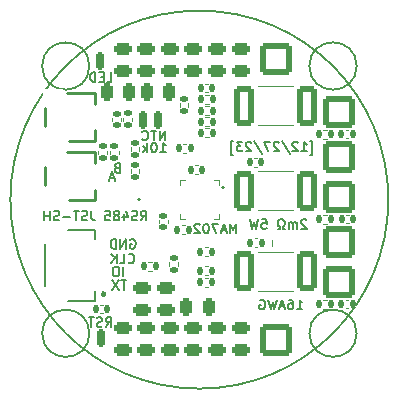
<source format=gbr>
%TF.GenerationSoftware,KiCad,Pcbnew,7.0.7*%
%TF.CreationDate,2023-12-28T18:43:45-05:00*%
%TF.ProjectId,O32controller,4f333263-6f6e-4747-926f-6c6c65722e6b,3*%
%TF.SameCoordinates,Original*%
%TF.FileFunction,Legend,Bot*%
%TF.FilePolarity,Positive*%
%FSLAX46Y46*%
G04 Gerber Fmt 4.6, Leading zero omitted, Abs format (unit mm)*
G04 Created by KiCad (PCBNEW 7.0.7) date 2023-12-28 18:43:45*
%MOMM*%
%LPD*%
G01*
G04 APERTURE LIST*
G04 Aperture macros list*
%AMRoundRect*
0 Rectangle with rounded corners*
0 $1 Rounding radius*
0 $2 $3 $4 $5 $6 $7 $8 $9 X,Y pos of 4 corners*
0 Add a 4 corners polygon primitive as box body*
4,1,4,$2,$3,$4,$5,$6,$7,$8,$9,$2,$3,0*
0 Add four circle primitives for the rounded corners*
1,1,$1+$1,$2,$3*
1,1,$1+$1,$4,$5*
1,1,$1+$1,$6,$7*
1,1,$1+$1,$8,$9*
0 Add four rect primitives between the rounded corners*
20,1,$1+$1,$2,$3,$4,$5,0*
20,1,$1+$1,$4,$5,$6,$7,0*
20,1,$1+$1,$6,$7,$8,$9,0*
20,1,$1+$1,$8,$9,$2,$3,0*%
G04 Aperture macros list end*
%ADD10C,0.150000*%
%ADD11C,0.120000*%
%ADD12C,0.200000*%
%ADD13C,0.199999*%
%ADD14C,0.127000*%
%ADD15C,0.300000*%
%ADD16C,0.254000*%
%ADD17RoundRect,0.150000X0.150000X-0.600000X0.150000X0.600000X-0.150000X0.600000X-0.150000X-0.600000X0*%
%ADD18RoundRect,0.140000X0.140000X0.170000X-0.140000X0.170000X-0.140000X-0.170000X0.140000X-0.170000X0*%
%ADD19RoundRect,0.269607X-1.105393X-1.105393X1.105393X-1.105393X1.105393X1.105393X-1.105393X1.105393X0*%
%ADD20RoundRect,0.135000X0.135000X0.185000X-0.135000X0.185000X-0.135000X-0.185000X0.135000X-0.185000X0*%
%ADD21RoundRect,0.250000X-0.475000X0.250000X-0.475000X-0.250000X0.475000X-0.250000X0.475000X0.250000X0*%
%ADD22RoundRect,0.135000X-0.135000X-0.185000X0.135000X-0.185000X0.135000X0.185000X-0.135000X0.185000X0*%
%ADD23RoundRect,0.140000X-0.140000X-0.170000X0.140000X-0.170000X0.140000X0.170000X-0.140000X0.170000X0*%
%ADD24RoundRect,0.250000X0.475000X-0.250000X0.475000X0.250000X-0.475000X0.250000X-0.475000X-0.250000X0*%
%ADD25R,0.711200X0.254000*%
%ADD26R,0.254000X0.711200*%
%ADD27R,1.701800X1.701800*%
%ADD28RoundRect,0.135000X-0.185000X0.135000X-0.185000X-0.135000X0.185000X-0.135000X0.185000X0.135000X0*%
%ADD29RoundRect,0.050000X0.272236X-0.130815X-0.130815X0.272236X-0.272236X0.130815X0.130815X-0.272236X0*%
%ADD30RoundRect,0.140000X0.170000X-0.140000X0.170000X0.140000X-0.170000X0.140000X-0.170000X-0.140000X0*%
%ADD31RoundRect,0.140000X-0.170000X0.140000X-0.170000X-0.140000X0.170000X-0.140000X0.170000X0.140000X0*%
%ADD32RoundRect,0.250000X0.250000X0.475000X-0.250000X0.475000X-0.250000X-0.475000X0.250000X-0.475000X0*%
%ADD33R,1.550000X0.600000*%
%ADD34R,1.800000X1.200000*%
%ADD35RoundRect,0.250000X0.600000X1.450000X-0.600000X1.450000X-0.600000X-1.450000X0.600000X-1.450000X0*%
%ADD36RoundRect,0.150000X0.150000X0.600000X-0.150000X0.600000X-0.150000X-0.600000X0.150000X-0.600000X0*%
%ADD37R,0.250000X0.500000*%
%ADD38RoundRect,0.135000X0.185000X-0.135000X0.185000X0.135000X-0.185000X0.135000X-0.185000X-0.135000X0*%
G04 APERTURE END LIST*
D10*
X8551190Y11737705D02*
X8817857Y12118658D01*
X9008333Y11737705D02*
X9008333Y12537705D01*
X9008333Y12537705D02*
X8703571Y12537705D01*
X8703571Y12537705D02*
X8627381Y12499610D01*
X8627381Y12499610D02*
X8589286Y12461515D01*
X8589286Y12461515D02*
X8551190Y12385324D01*
X8551190Y12385324D02*
X8551190Y12271039D01*
X8551190Y12271039D02*
X8589286Y12194848D01*
X8589286Y12194848D02*
X8627381Y12156753D01*
X8627381Y12156753D02*
X8703571Y12118658D01*
X8703571Y12118658D02*
X9008333Y12118658D01*
X8246429Y11775800D02*
X8132143Y11737705D01*
X8132143Y11737705D02*
X7941667Y11737705D01*
X7941667Y11737705D02*
X7865476Y11775800D01*
X7865476Y11775800D02*
X7827381Y11813896D01*
X7827381Y11813896D02*
X7789286Y11890086D01*
X7789286Y11890086D02*
X7789286Y11966277D01*
X7789286Y11966277D02*
X7827381Y12042467D01*
X7827381Y12042467D02*
X7865476Y12080562D01*
X7865476Y12080562D02*
X7941667Y12118658D01*
X7941667Y12118658D02*
X8094048Y12156753D01*
X8094048Y12156753D02*
X8170238Y12194848D01*
X8170238Y12194848D02*
X8208333Y12232943D01*
X8208333Y12232943D02*
X8246429Y12309134D01*
X8246429Y12309134D02*
X8246429Y12385324D01*
X8246429Y12385324D02*
X8208333Y12461515D01*
X8208333Y12461515D02*
X8170238Y12499610D01*
X8170238Y12499610D02*
X8094048Y12537705D01*
X8094048Y12537705D02*
X7903571Y12537705D01*
X7903571Y12537705D02*
X7789286Y12499610D01*
X7103571Y12271039D02*
X7103571Y11737705D01*
X7294047Y12575800D02*
X7484524Y12004372D01*
X7484524Y12004372D02*
X6989285Y12004372D01*
X6570238Y12194848D02*
X6646428Y12232943D01*
X6646428Y12232943D02*
X6684523Y12271039D01*
X6684523Y12271039D02*
X6722619Y12347229D01*
X6722619Y12347229D02*
X6722619Y12385324D01*
X6722619Y12385324D02*
X6684523Y12461515D01*
X6684523Y12461515D02*
X6646428Y12499610D01*
X6646428Y12499610D02*
X6570238Y12537705D01*
X6570238Y12537705D02*
X6417857Y12537705D01*
X6417857Y12537705D02*
X6341666Y12499610D01*
X6341666Y12499610D02*
X6303571Y12461515D01*
X6303571Y12461515D02*
X6265476Y12385324D01*
X6265476Y12385324D02*
X6265476Y12347229D01*
X6265476Y12347229D02*
X6303571Y12271039D01*
X6303571Y12271039D02*
X6341666Y12232943D01*
X6341666Y12232943D02*
X6417857Y12194848D01*
X6417857Y12194848D02*
X6570238Y12194848D01*
X6570238Y12194848D02*
X6646428Y12156753D01*
X6646428Y12156753D02*
X6684523Y12118658D01*
X6684523Y12118658D02*
X6722619Y12042467D01*
X6722619Y12042467D02*
X6722619Y11890086D01*
X6722619Y11890086D02*
X6684523Y11813896D01*
X6684523Y11813896D02*
X6646428Y11775800D01*
X6646428Y11775800D02*
X6570238Y11737705D01*
X6570238Y11737705D02*
X6417857Y11737705D01*
X6417857Y11737705D02*
X6341666Y11775800D01*
X6341666Y11775800D02*
X6303571Y11813896D01*
X6303571Y11813896D02*
X6265476Y11890086D01*
X6265476Y11890086D02*
X6265476Y12042467D01*
X6265476Y12042467D02*
X6303571Y12118658D01*
X6303571Y12118658D02*
X6341666Y12156753D01*
X6341666Y12156753D02*
X6417857Y12194848D01*
X5541666Y12537705D02*
X5922618Y12537705D01*
X5922618Y12537705D02*
X5960714Y12156753D01*
X5960714Y12156753D02*
X5922618Y12194848D01*
X5922618Y12194848D02*
X5846428Y12232943D01*
X5846428Y12232943D02*
X5655952Y12232943D01*
X5655952Y12232943D02*
X5579761Y12194848D01*
X5579761Y12194848D02*
X5541666Y12156753D01*
X5541666Y12156753D02*
X5503571Y12080562D01*
X5503571Y12080562D02*
X5503571Y11890086D01*
X5503571Y11890086D02*
X5541666Y11813896D01*
X5541666Y11813896D02*
X5579761Y11775800D01*
X5579761Y11775800D02*
X5655952Y11737705D01*
X5655952Y11737705D02*
X5846428Y11737705D01*
X5846428Y11737705D02*
X5922618Y11775800D01*
X5922618Y11775800D02*
X5960714Y11813896D01*
X4186000Y2186000D02*
G75*
G03*
X4186000Y2186000I-2000000J0D01*
G01*
X26814000Y2186000D02*
G75*
G03*
X26814000Y2186000I-2000000J0D01*
G01*
X4186000Y24814000D02*
G75*
G03*
X4186000Y24814000I-2000000J0D01*
G01*
X29500000Y13500000D02*
G75*
G03*
X29500000Y13500000I-16000000J0D01*
G01*
X26814000Y24814000D02*
G75*
G03*
X26814000Y24814000I-2000000J0D01*
G01*
X6542857Y16206753D02*
X6428571Y16168658D01*
X6428571Y16168658D02*
X6390476Y16130562D01*
X6390476Y16130562D02*
X6352380Y16054372D01*
X6352380Y16054372D02*
X6352380Y15940086D01*
X6352380Y15940086D02*
X6390476Y15863896D01*
X6390476Y15863896D02*
X6428571Y15825800D01*
X6428571Y15825800D02*
X6504761Y15787705D01*
X6504761Y15787705D02*
X6809523Y15787705D01*
X6809523Y15787705D02*
X6809523Y16587705D01*
X6809523Y16587705D02*
X6542857Y16587705D01*
X6542857Y16587705D02*
X6466666Y16549610D01*
X6466666Y16549610D02*
X6428571Y16511515D01*
X6428571Y16511515D02*
X6390476Y16435324D01*
X6390476Y16435324D02*
X6390476Y16359134D01*
X6390476Y16359134D02*
X6428571Y16282943D01*
X6428571Y16282943D02*
X6466666Y16244848D01*
X6466666Y16244848D02*
X6542857Y16206753D01*
X6542857Y16206753D02*
X6809523Y16206753D01*
X7309523Y6662705D02*
X6852380Y6662705D01*
X7080952Y5862705D02*
X7080952Y6662705D01*
X6661904Y6662705D02*
X6128570Y5862705D01*
X6128570Y6662705D02*
X6661904Y5862705D01*
X21752381Y4237705D02*
X22209524Y4237705D01*
X21980952Y4237705D02*
X21980952Y5037705D01*
X21980952Y5037705D02*
X22057143Y4923420D01*
X22057143Y4923420D02*
X22133333Y4847229D01*
X22133333Y4847229D02*
X22209524Y4809134D01*
X21066666Y5037705D02*
X21219047Y5037705D01*
X21219047Y5037705D02*
X21295238Y4999610D01*
X21295238Y4999610D02*
X21333333Y4961515D01*
X21333333Y4961515D02*
X21409523Y4847229D01*
X21409523Y4847229D02*
X21447619Y4694848D01*
X21447619Y4694848D02*
X21447619Y4390086D01*
X21447619Y4390086D02*
X21409523Y4313896D01*
X21409523Y4313896D02*
X21371428Y4275800D01*
X21371428Y4275800D02*
X21295238Y4237705D01*
X21295238Y4237705D02*
X21142857Y4237705D01*
X21142857Y4237705D02*
X21066666Y4275800D01*
X21066666Y4275800D02*
X21028571Y4313896D01*
X21028571Y4313896D02*
X20990476Y4390086D01*
X20990476Y4390086D02*
X20990476Y4580562D01*
X20990476Y4580562D02*
X21028571Y4656753D01*
X21028571Y4656753D02*
X21066666Y4694848D01*
X21066666Y4694848D02*
X21142857Y4732943D01*
X21142857Y4732943D02*
X21295238Y4732943D01*
X21295238Y4732943D02*
X21371428Y4694848D01*
X21371428Y4694848D02*
X21409523Y4656753D01*
X21409523Y4656753D02*
X21447619Y4580562D01*
X20685714Y4466277D02*
X20304761Y4466277D01*
X20761904Y4237705D02*
X20495237Y5037705D01*
X20495237Y5037705D02*
X20228571Y4237705D01*
X20038095Y5037705D02*
X19847619Y4237705D01*
X19847619Y4237705D02*
X19695238Y4809134D01*
X19695238Y4809134D02*
X19542857Y4237705D01*
X19542857Y4237705D02*
X19352381Y5037705D01*
X18628571Y4999610D02*
X18704761Y5037705D01*
X18704761Y5037705D02*
X18819047Y5037705D01*
X18819047Y5037705D02*
X18933333Y4999610D01*
X18933333Y4999610D02*
X19009523Y4923420D01*
X19009523Y4923420D02*
X19047618Y4847229D01*
X19047618Y4847229D02*
X19085714Y4694848D01*
X19085714Y4694848D02*
X19085714Y4580562D01*
X19085714Y4580562D02*
X19047618Y4428181D01*
X19047618Y4428181D02*
X19009523Y4351991D01*
X19009523Y4351991D02*
X18933333Y4275800D01*
X18933333Y4275800D02*
X18819047Y4237705D01*
X18819047Y4237705D02*
X18742856Y4237705D01*
X18742856Y4237705D02*
X18628571Y4275800D01*
X18628571Y4275800D02*
X18590475Y4313896D01*
X18590475Y4313896D02*
X18590475Y4580562D01*
X18590475Y4580562D02*
X18742856Y4580562D01*
X7501189Y8213896D02*
X7539285Y8175800D01*
X7539285Y8175800D02*
X7653570Y8137705D01*
X7653570Y8137705D02*
X7729761Y8137705D01*
X7729761Y8137705D02*
X7844047Y8175800D01*
X7844047Y8175800D02*
X7920237Y8251991D01*
X7920237Y8251991D02*
X7958332Y8328181D01*
X7958332Y8328181D02*
X7996428Y8480562D01*
X7996428Y8480562D02*
X7996428Y8594848D01*
X7996428Y8594848D02*
X7958332Y8747229D01*
X7958332Y8747229D02*
X7920237Y8823420D01*
X7920237Y8823420D02*
X7844047Y8899610D01*
X7844047Y8899610D02*
X7729761Y8937705D01*
X7729761Y8937705D02*
X7653570Y8937705D01*
X7653570Y8937705D02*
X7539285Y8899610D01*
X7539285Y8899610D02*
X7501189Y8861515D01*
X6777380Y8137705D02*
X7158332Y8137705D01*
X7158332Y8137705D02*
X7158332Y8937705D01*
X6510713Y8137705D02*
X6510713Y8937705D01*
X6053570Y8137705D02*
X6396428Y8594848D01*
X6053570Y8937705D02*
X6510713Y8480562D01*
X6315476Y15316277D02*
X5934523Y15316277D01*
X6391666Y15087705D02*
X6124999Y15887705D01*
X6124999Y15887705D02*
X5858333Y15087705D01*
X16627380Y10662705D02*
X16627380Y11462705D01*
X16627380Y11462705D02*
X16360714Y10891277D01*
X16360714Y10891277D02*
X16094047Y11462705D01*
X16094047Y11462705D02*
X16094047Y10662705D01*
X15751190Y10891277D02*
X15370237Y10891277D01*
X15827380Y10662705D02*
X15560713Y11462705D01*
X15560713Y11462705D02*
X15294047Y10662705D01*
X15103571Y11462705D02*
X14570237Y11462705D01*
X14570237Y11462705D02*
X14913095Y10662705D01*
X14113094Y11462705D02*
X14036904Y11462705D01*
X14036904Y11462705D02*
X13960713Y11424610D01*
X13960713Y11424610D02*
X13922618Y11386515D01*
X13922618Y11386515D02*
X13884523Y11310324D01*
X13884523Y11310324D02*
X13846428Y11157943D01*
X13846428Y11157943D02*
X13846428Y10967467D01*
X13846428Y10967467D02*
X13884523Y10815086D01*
X13884523Y10815086D02*
X13922618Y10738896D01*
X13922618Y10738896D02*
X13960713Y10700800D01*
X13960713Y10700800D02*
X14036904Y10662705D01*
X14036904Y10662705D02*
X14113094Y10662705D01*
X14113094Y10662705D02*
X14189285Y10700800D01*
X14189285Y10700800D02*
X14227380Y10738896D01*
X14227380Y10738896D02*
X14265475Y10815086D01*
X14265475Y10815086D02*
X14303571Y10967467D01*
X14303571Y10967467D02*
X14303571Y11157943D01*
X14303571Y11157943D02*
X14265475Y11310324D01*
X14265475Y11310324D02*
X14227380Y11386515D01*
X14227380Y11386515D02*
X14189285Y11424610D01*
X14189285Y11424610D02*
X14113094Y11462705D01*
X13541666Y11386515D02*
X13503570Y11424610D01*
X13503570Y11424610D02*
X13427380Y11462705D01*
X13427380Y11462705D02*
X13236904Y11462705D01*
X13236904Y11462705D02*
X13160713Y11424610D01*
X13160713Y11424610D02*
X13122618Y11386515D01*
X13122618Y11386515D02*
X13084523Y11310324D01*
X13084523Y11310324D02*
X13084523Y11234134D01*
X13084523Y11234134D02*
X13122618Y11119848D01*
X13122618Y11119848D02*
X13579761Y10662705D01*
X13579761Y10662705D02*
X13084523Y10662705D01*
X5563094Y2737705D02*
X5829761Y3118658D01*
X6020237Y2737705D02*
X6020237Y3537705D01*
X6020237Y3537705D02*
X5715475Y3537705D01*
X5715475Y3537705D02*
X5639285Y3499610D01*
X5639285Y3499610D02*
X5601190Y3461515D01*
X5601190Y3461515D02*
X5563094Y3385324D01*
X5563094Y3385324D02*
X5563094Y3271039D01*
X5563094Y3271039D02*
X5601190Y3194848D01*
X5601190Y3194848D02*
X5639285Y3156753D01*
X5639285Y3156753D02*
X5715475Y3118658D01*
X5715475Y3118658D02*
X6020237Y3118658D01*
X5258333Y2775800D02*
X5144047Y2737705D01*
X5144047Y2737705D02*
X4953571Y2737705D01*
X4953571Y2737705D02*
X4877380Y2775800D01*
X4877380Y2775800D02*
X4839285Y2813896D01*
X4839285Y2813896D02*
X4801190Y2890086D01*
X4801190Y2890086D02*
X4801190Y2966277D01*
X4801190Y2966277D02*
X4839285Y3042467D01*
X4839285Y3042467D02*
X4877380Y3080562D01*
X4877380Y3080562D02*
X4953571Y3118658D01*
X4953571Y3118658D02*
X5105952Y3156753D01*
X5105952Y3156753D02*
X5182142Y3194848D01*
X5182142Y3194848D02*
X5220237Y3232943D01*
X5220237Y3232943D02*
X5258333Y3309134D01*
X5258333Y3309134D02*
X5258333Y3385324D01*
X5258333Y3385324D02*
X5220237Y3461515D01*
X5220237Y3461515D02*
X5182142Y3499610D01*
X5182142Y3499610D02*
X5105952Y3537705D01*
X5105952Y3537705D02*
X4915475Y3537705D01*
X4915475Y3537705D02*
X4801190Y3499610D01*
X4572618Y3537705D02*
X4115475Y3537705D01*
X4344047Y2737705D02*
X4344047Y3537705D01*
X7044046Y7012705D02*
X7044046Y7812705D01*
X6510713Y7812705D02*
X6358332Y7812705D01*
X6358332Y7812705D02*
X6282142Y7774610D01*
X6282142Y7774610D02*
X6205951Y7698420D01*
X6205951Y7698420D02*
X6167856Y7546039D01*
X6167856Y7546039D02*
X6167856Y7279372D01*
X6167856Y7279372D02*
X6205951Y7126991D01*
X6205951Y7126991D02*
X6282142Y7050800D01*
X6282142Y7050800D02*
X6358332Y7012705D01*
X6358332Y7012705D02*
X6510713Y7012705D01*
X6510713Y7012705D02*
X6586904Y7050800D01*
X6586904Y7050800D02*
X6663094Y7126991D01*
X6663094Y7126991D02*
X6701190Y7279372D01*
X6701190Y7279372D02*
X6701190Y7546039D01*
X6701190Y7546039D02*
X6663094Y7698420D01*
X6663094Y7698420D02*
X6586904Y7774610D01*
X6586904Y7774610D02*
X6510713Y7812705D01*
X7659523Y10124610D02*
X7735713Y10162705D01*
X7735713Y10162705D02*
X7849999Y10162705D01*
X7849999Y10162705D02*
X7964285Y10124610D01*
X7964285Y10124610D02*
X8040475Y10048420D01*
X8040475Y10048420D02*
X8078570Y9972229D01*
X8078570Y9972229D02*
X8116666Y9819848D01*
X8116666Y9819848D02*
X8116666Y9705562D01*
X8116666Y9705562D02*
X8078570Y9553181D01*
X8078570Y9553181D02*
X8040475Y9476991D01*
X8040475Y9476991D02*
X7964285Y9400800D01*
X7964285Y9400800D02*
X7849999Y9362705D01*
X7849999Y9362705D02*
X7773808Y9362705D01*
X7773808Y9362705D02*
X7659523Y9400800D01*
X7659523Y9400800D02*
X7621427Y9438896D01*
X7621427Y9438896D02*
X7621427Y9705562D01*
X7621427Y9705562D02*
X7773808Y9705562D01*
X7278570Y9362705D02*
X7278570Y10162705D01*
X7278570Y10162705D02*
X6821427Y9362705D01*
X6821427Y9362705D02*
X6821427Y10162705D01*
X6440475Y9362705D02*
X6440475Y10162705D01*
X6440475Y10162705D02*
X6249999Y10162705D01*
X6249999Y10162705D02*
X6135713Y10124610D01*
X6135713Y10124610D02*
X6059523Y10048420D01*
X6059523Y10048420D02*
X6021428Y9972229D01*
X6021428Y9972229D02*
X5983332Y9819848D01*
X5983332Y9819848D02*
X5983332Y9705562D01*
X5983332Y9705562D02*
X6021428Y9553181D01*
X6021428Y9553181D02*
X6059523Y9476991D01*
X6059523Y9476991D02*
X6135713Y9400800D01*
X6135713Y9400800D02*
X6249999Y9362705D01*
X6249999Y9362705D02*
X6440475Y9362705D01*
X5664285Y23487705D02*
X6045237Y23487705D01*
X6045237Y23487705D02*
X6045237Y24287705D01*
X5397618Y23906753D02*
X5130952Y23906753D01*
X5016666Y23487705D02*
X5397618Y23487705D01*
X5397618Y23487705D02*
X5397618Y24287705D01*
X5397618Y24287705D02*
X5016666Y24287705D01*
X4673808Y23487705D02*
X4673808Y24287705D01*
X4673808Y24287705D02*
X4483332Y24287705D01*
X4483332Y24287705D02*
X4369046Y24249610D01*
X4369046Y24249610D02*
X4292856Y24173420D01*
X4292856Y24173420D02*
X4254761Y24097229D01*
X4254761Y24097229D02*
X4216665Y23944848D01*
X4216665Y23944848D02*
X4216665Y23830562D01*
X4216665Y23830562D02*
X4254761Y23678181D01*
X4254761Y23678181D02*
X4292856Y23601991D01*
X4292856Y23601991D02*
X4369046Y23525800D01*
X4369046Y23525800D02*
X4483332Y23487705D01*
X4483332Y23487705D02*
X4673808Y23487705D01*
X10583332Y18537705D02*
X10583332Y19337705D01*
X10583332Y19337705D02*
X10126189Y18537705D01*
X10126189Y18537705D02*
X10126189Y19337705D01*
X9859523Y19337705D02*
X9402380Y19337705D01*
X9630952Y18537705D02*
X9630952Y19337705D01*
X8678570Y18613896D02*
X8716666Y18575800D01*
X8716666Y18575800D02*
X8830951Y18537705D01*
X8830951Y18537705D02*
X8907142Y18537705D01*
X8907142Y18537705D02*
X9021428Y18575800D01*
X9021428Y18575800D02*
X9097618Y18651991D01*
X9097618Y18651991D02*
X9135713Y18728181D01*
X9135713Y18728181D02*
X9173809Y18880562D01*
X9173809Y18880562D02*
X9173809Y18994848D01*
X9173809Y18994848D02*
X9135713Y19147229D01*
X9135713Y19147229D02*
X9097618Y19223420D01*
X9097618Y19223420D02*
X9021428Y19299610D01*
X9021428Y19299610D02*
X8907142Y19337705D01*
X8907142Y19337705D02*
X8830951Y19337705D01*
X8830951Y19337705D02*
X8716666Y19299610D01*
X8716666Y19299610D02*
X8678570Y19261515D01*
X22561905Y11761515D02*
X22523809Y11799610D01*
X22523809Y11799610D02*
X22447619Y11837705D01*
X22447619Y11837705D02*
X22257143Y11837705D01*
X22257143Y11837705D02*
X22180952Y11799610D01*
X22180952Y11799610D02*
X22142857Y11761515D01*
X22142857Y11761515D02*
X22104762Y11685324D01*
X22104762Y11685324D02*
X22104762Y11609134D01*
X22104762Y11609134D02*
X22142857Y11494848D01*
X22142857Y11494848D02*
X22600000Y11037705D01*
X22600000Y11037705D02*
X22104762Y11037705D01*
X21761904Y11037705D02*
X21761904Y11571039D01*
X21761904Y11494848D02*
X21723809Y11532943D01*
X21723809Y11532943D02*
X21647619Y11571039D01*
X21647619Y11571039D02*
X21533333Y11571039D01*
X21533333Y11571039D02*
X21457142Y11532943D01*
X21457142Y11532943D02*
X21419047Y11456753D01*
X21419047Y11456753D02*
X21419047Y11037705D01*
X21419047Y11456753D02*
X21380952Y11532943D01*
X21380952Y11532943D02*
X21304761Y11571039D01*
X21304761Y11571039D02*
X21190476Y11571039D01*
X21190476Y11571039D02*
X21114285Y11532943D01*
X21114285Y11532943D02*
X21076190Y11456753D01*
X21076190Y11456753D02*
X21076190Y11037705D01*
X20733333Y11037705D02*
X20542856Y11037705D01*
X20542856Y11037705D02*
X20542856Y11190086D01*
X20542856Y11190086D02*
X20619047Y11228181D01*
X20619047Y11228181D02*
X20695237Y11304372D01*
X20695237Y11304372D02*
X20733333Y11418658D01*
X20733333Y11418658D02*
X20733333Y11609134D01*
X20733333Y11609134D02*
X20695237Y11723420D01*
X20695237Y11723420D02*
X20619047Y11799610D01*
X20619047Y11799610D02*
X20504761Y11837705D01*
X20504761Y11837705D02*
X20352380Y11837705D01*
X20352380Y11837705D02*
X20238094Y11799610D01*
X20238094Y11799610D02*
X20161904Y11723420D01*
X20161904Y11723420D02*
X20123809Y11609134D01*
X20123809Y11609134D02*
X20123809Y11418658D01*
X20123809Y11418658D02*
X20161904Y11304372D01*
X20161904Y11304372D02*
X20238094Y11228181D01*
X20238094Y11228181D02*
X20314285Y11190086D01*
X20314285Y11190086D02*
X20314285Y11037705D01*
X20314285Y11037705D02*
X20123809Y11037705D01*
X18790475Y11837705D02*
X19171427Y11837705D01*
X19171427Y11837705D02*
X19209523Y11456753D01*
X19209523Y11456753D02*
X19171427Y11494848D01*
X19171427Y11494848D02*
X19095237Y11532943D01*
X19095237Y11532943D02*
X18904761Y11532943D01*
X18904761Y11532943D02*
X18828570Y11494848D01*
X18828570Y11494848D02*
X18790475Y11456753D01*
X18790475Y11456753D02*
X18752380Y11380562D01*
X18752380Y11380562D02*
X18752380Y11190086D01*
X18752380Y11190086D02*
X18790475Y11113896D01*
X18790475Y11113896D02*
X18828570Y11075800D01*
X18828570Y11075800D02*
X18904761Y11037705D01*
X18904761Y11037705D02*
X19095237Y11037705D01*
X19095237Y11037705D02*
X19171427Y11075800D01*
X19171427Y11075800D02*
X19209523Y11113896D01*
X18485713Y11837705D02*
X18295237Y11037705D01*
X18295237Y11037705D02*
X18142856Y11609134D01*
X18142856Y11609134D02*
X17990475Y11037705D01*
X17990475Y11037705D02*
X17799999Y11837705D01*
X22863095Y17321039D02*
X23053571Y17321039D01*
X23053571Y17321039D02*
X23053571Y18463896D01*
X23053571Y18463896D02*
X22863095Y18463896D01*
X22139286Y17587705D02*
X22596429Y17587705D01*
X22367857Y17587705D02*
X22367857Y18387705D01*
X22367857Y18387705D02*
X22444048Y18273420D01*
X22444048Y18273420D02*
X22520238Y18197229D01*
X22520238Y18197229D02*
X22596429Y18159134D01*
X21834524Y18311515D02*
X21796428Y18349610D01*
X21796428Y18349610D02*
X21720238Y18387705D01*
X21720238Y18387705D02*
X21529762Y18387705D01*
X21529762Y18387705D02*
X21453571Y18349610D01*
X21453571Y18349610D02*
X21415476Y18311515D01*
X21415476Y18311515D02*
X21377381Y18235324D01*
X21377381Y18235324D02*
X21377381Y18159134D01*
X21377381Y18159134D02*
X21415476Y18044848D01*
X21415476Y18044848D02*
X21872619Y17587705D01*
X21872619Y17587705D02*
X21377381Y17587705D01*
X20463095Y18425800D02*
X21148809Y17397229D01*
X20234524Y18311515D02*
X20196428Y18349610D01*
X20196428Y18349610D02*
X20120238Y18387705D01*
X20120238Y18387705D02*
X19929762Y18387705D01*
X19929762Y18387705D02*
X19853571Y18349610D01*
X19853571Y18349610D02*
X19815476Y18311515D01*
X19815476Y18311515D02*
X19777381Y18235324D01*
X19777381Y18235324D02*
X19777381Y18159134D01*
X19777381Y18159134D02*
X19815476Y18044848D01*
X19815476Y18044848D02*
X20272619Y17587705D01*
X20272619Y17587705D02*
X19777381Y17587705D01*
X19510714Y18387705D02*
X18977380Y18387705D01*
X18977380Y18387705D02*
X19320238Y17587705D01*
X18101190Y18425800D02*
X18786904Y17397229D01*
X17872619Y18311515D02*
X17834523Y18349610D01*
X17834523Y18349610D02*
X17758333Y18387705D01*
X17758333Y18387705D02*
X17567857Y18387705D01*
X17567857Y18387705D02*
X17491666Y18349610D01*
X17491666Y18349610D02*
X17453571Y18311515D01*
X17453571Y18311515D02*
X17415476Y18235324D01*
X17415476Y18235324D02*
X17415476Y18159134D01*
X17415476Y18159134D02*
X17453571Y18044848D01*
X17453571Y18044848D02*
X17910714Y17587705D01*
X17910714Y17587705D02*
X17415476Y17587705D01*
X17148809Y18387705D02*
X16653571Y18387705D01*
X16653571Y18387705D02*
X16920237Y18082943D01*
X16920237Y18082943D02*
X16805952Y18082943D01*
X16805952Y18082943D02*
X16729761Y18044848D01*
X16729761Y18044848D02*
X16691666Y18006753D01*
X16691666Y18006753D02*
X16653571Y17930562D01*
X16653571Y17930562D02*
X16653571Y17740086D01*
X16653571Y17740086D02*
X16691666Y17663896D01*
X16691666Y17663896D02*
X16729761Y17625800D01*
X16729761Y17625800D02*
X16805952Y17587705D01*
X16805952Y17587705D02*
X17034523Y17587705D01*
X17034523Y17587705D02*
X17110714Y17625800D01*
X17110714Y17625800D02*
X17148809Y17663896D01*
X16386904Y17321039D02*
X16196428Y17321039D01*
X16196428Y17321039D02*
X16196428Y18463896D01*
X16196428Y18463896D02*
X16386904Y18463896D01*
X4341666Y12537705D02*
X4341666Y11966277D01*
X4341666Y11966277D02*
X4379761Y11851991D01*
X4379761Y11851991D02*
X4455952Y11775800D01*
X4455952Y11775800D02*
X4570237Y11737705D01*
X4570237Y11737705D02*
X4646428Y11737705D01*
X3998809Y11775800D02*
X3884523Y11737705D01*
X3884523Y11737705D02*
X3694047Y11737705D01*
X3694047Y11737705D02*
X3617856Y11775800D01*
X3617856Y11775800D02*
X3579761Y11813896D01*
X3579761Y11813896D02*
X3541666Y11890086D01*
X3541666Y11890086D02*
X3541666Y11966277D01*
X3541666Y11966277D02*
X3579761Y12042467D01*
X3579761Y12042467D02*
X3617856Y12080562D01*
X3617856Y12080562D02*
X3694047Y12118658D01*
X3694047Y12118658D02*
X3846428Y12156753D01*
X3846428Y12156753D02*
X3922618Y12194848D01*
X3922618Y12194848D02*
X3960713Y12232943D01*
X3960713Y12232943D02*
X3998809Y12309134D01*
X3998809Y12309134D02*
X3998809Y12385324D01*
X3998809Y12385324D02*
X3960713Y12461515D01*
X3960713Y12461515D02*
X3922618Y12499610D01*
X3922618Y12499610D02*
X3846428Y12537705D01*
X3846428Y12537705D02*
X3655951Y12537705D01*
X3655951Y12537705D02*
X3541666Y12499610D01*
X3313094Y12537705D02*
X2855951Y12537705D01*
X3084523Y11737705D02*
X3084523Y12537705D01*
X2589284Y12042467D02*
X1979761Y12042467D01*
X1636904Y11775800D02*
X1522618Y11737705D01*
X1522618Y11737705D02*
X1332142Y11737705D01*
X1332142Y11737705D02*
X1255951Y11775800D01*
X1255951Y11775800D02*
X1217856Y11813896D01*
X1217856Y11813896D02*
X1179761Y11890086D01*
X1179761Y11890086D02*
X1179761Y11966277D01*
X1179761Y11966277D02*
X1217856Y12042467D01*
X1217856Y12042467D02*
X1255951Y12080562D01*
X1255951Y12080562D02*
X1332142Y12118658D01*
X1332142Y12118658D02*
X1484523Y12156753D01*
X1484523Y12156753D02*
X1560713Y12194848D01*
X1560713Y12194848D02*
X1598808Y12232943D01*
X1598808Y12232943D02*
X1636904Y12309134D01*
X1636904Y12309134D02*
X1636904Y12385324D01*
X1636904Y12385324D02*
X1598808Y12461515D01*
X1598808Y12461515D02*
X1560713Y12499610D01*
X1560713Y12499610D02*
X1484523Y12537705D01*
X1484523Y12537705D02*
X1294046Y12537705D01*
X1294046Y12537705D02*
X1179761Y12499610D01*
X836903Y11737705D02*
X836903Y12537705D01*
X836903Y12156753D02*
X379760Y12156753D01*
X379760Y11737705D02*
X379760Y12537705D01*
X10176190Y17512705D02*
X10633333Y17512705D01*
X10404761Y17512705D02*
X10404761Y18312705D01*
X10404761Y18312705D02*
X10480952Y18198420D01*
X10480952Y18198420D02*
X10557142Y18122229D01*
X10557142Y18122229D02*
X10633333Y18084134D01*
X9680951Y18312705D02*
X9604761Y18312705D01*
X9604761Y18312705D02*
X9528570Y18274610D01*
X9528570Y18274610D02*
X9490475Y18236515D01*
X9490475Y18236515D02*
X9452380Y18160324D01*
X9452380Y18160324D02*
X9414285Y18007943D01*
X9414285Y18007943D02*
X9414285Y17817467D01*
X9414285Y17817467D02*
X9452380Y17665086D01*
X9452380Y17665086D02*
X9490475Y17588896D01*
X9490475Y17588896D02*
X9528570Y17550800D01*
X9528570Y17550800D02*
X9604761Y17512705D01*
X9604761Y17512705D02*
X9680951Y17512705D01*
X9680951Y17512705D02*
X9757142Y17550800D01*
X9757142Y17550800D02*
X9795237Y17588896D01*
X9795237Y17588896D02*
X9833332Y17665086D01*
X9833332Y17665086D02*
X9871428Y17817467D01*
X9871428Y17817467D02*
X9871428Y18007943D01*
X9871428Y18007943D02*
X9833332Y18160324D01*
X9833332Y18160324D02*
X9795237Y18236515D01*
X9795237Y18236515D02*
X9757142Y18274610D01*
X9757142Y18274610D02*
X9680951Y18312705D01*
X9071427Y17512705D02*
X9071427Y18312705D01*
X8995237Y17817467D02*
X8766665Y17512705D01*
X8766665Y18046039D02*
X9071427Y17741277D01*
D11*
%TO.C,C58*%
X5337836Y4610000D02*
X5122164Y4610000D01*
X5337836Y3890000D02*
X5122164Y3890000D01*
%TO.C,R24*%
X14278641Y18770000D02*
X13971359Y18770000D01*
X14278641Y19530000D02*
X13971359Y19530000D01*
%TO.C,C13*%
X26112836Y18690000D02*
X25897164Y18690000D01*
X26112836Y19410000D02*
X25897164Y19410000D01*
%TO.C,C18*%
X18407836Y9490000D02*
X18192164Y9490000D01*
X18407836Y10210000D02*
X18192164Y10210000D01*
%TO.C,R9*%
X11996359Y11330000D02*
X12303641Y11330000D01*
X11996359Y10570000D02*
X12303641Y10570000D01*
%TO.C,R15*%
X14278641Y21610000D02*
X13971359Y21610000D01*
X14278641Y22370000D02*
X13971359Y22370000D01*
%TO.C,C11*%
X13142164Y16410000D02*
X13357836Y16410000D01*
X13142164Y15690000D02*
X13357836Y15690000D01*
%TO.C,C12*%
X14017164Y23310000D02*
X14232836Y23310000D01*
X14017164Y22590000D02*
X14232836Y22590000D01*
%TO.C,C19*%
X26107836Y4290000D02*
X25892164Y4290000D01*
X26107836Y5010000D02*
X25892164Y5010000D01*
%TO.C,U3*%
X15176400Y11823600D02*
X14709741Y11823600D01*
X15176400Y12290259D02*
X15176400Y11823600D01*
X15176400Y15176400D02*
X15176400Y14709741D01*
X14709741Y15176400D02*
X15176400Y15176400D01*
X12290259Y11823600D02*
X11823600Y11823600D01*
X11823600Y11823600D02*
X11823600Y12290259D01*
X11823600Y14709741D02*
X11823600Y15176400D01*
X11823600Y15176400D02*
X12290259Y15176400D01*
D12*
X15600000Y14550000D02*
G75*
G03*
X15600000Y14550000I-100000J0D01*
G01*
D11*
%TO.C,R17*%
X12580000Y21653641D02*
X12580000Y21346359D01*
X11820000Y21653641D02*
X11820000Y21346359D01*
%TO.C,U2*%
D13*
X8484923Y13525736D02*
G75*
G03*
X8484923Y13525736I-99999J0D01*
G01*
D11*
%TO.C,C9*%
X6140000Y20192164D02*
X6140000Y20407836D01*
X6860000Y20192164D02*
X6860000Y20407836D01*
%TO.C,R5*%
X13971359Y20480000D02*
X14278641Y20480000D01*
X13971359Y19720000D02*
X14278641Y19720000D01*
%TO.C,C8*%
X10810000Y11757836D02*
X10810000Y11542164D01*
X10090000Y11757836D02*
X10090000Y11542164D01*
%TO.C,R33*%
X14253641Y7120000D02*
X13946359Y7120000D01*
X14253641Y7880000D02*
X13946359Y7880000D01*
%TO.C,R25*%
X6680000Y17653641D02*
X6680000Y17346359D01*
X5920000Y17653641D02*
X5920000Y17346359D01*
D14*
%TO.C,J6*%
X4675000Y4950000D02*
X2400000Y4950000D01*
X4675000Y5750000D02*
X4675000Y4950000D01*
X425000Y6150000D02*
X425000Y9750000D01*
X4675000Y10150000D02*
X4675000Y10950000D01*
X4675000Y10950000D02*
X2400000Y10950000D01*
D15*
X5485000Y5500000D02*
G75*
G03*
X5485000Y5500000I-100000J0D01*
G01*
D11*
%TO.C,C16*%
X26127836Y11490000D02*
X25912164Y11490000D01*
X26127836Y12210000D02*
X25912164Y12210000D01*
%TO.C,R36*%
X21425000Y5800000D02*
X18475000Y5800000D01*
X21400000Y9100000D02*
X18450000Y9100000D01*
%TO.C,R34*%
X8430000Y17953641D02*
X8430000Y17646359D01*
X7670000Y17953641D02*
X7670000Y17646359D01*
D16*
%TO.C,J9*%
X4655000Y13500000D02*
X2442000Y13500000D01*
X4655000Y13500000D02*
X4655000Y14355000D01*
X405000Y14733000D02*
X405000Y16222000D01*
X4655000Y17500000D02*
X4655000Y16600000D01*
X4655000Y17500000D02*
X2308000Y17500000D01*
D11*
%TO.C,R21*%
X24303641Y11470000D02*
X23996359Y11470000D01*
X24303641Y12230000D02*
X23996359Y12230000D01*
%TO.C,C15*%
X18377836Y16290000D02*
X18162164Y16290000D01*
X18377836Y17010000D02*
X18162164Y17010000D01*
%TO.C,R3*%
X13971359Y21420000D02*
X14278641Y21420000D01*
X13971359Y20660000D02*
X14278641Y20660000D01*
%TO.C,R14*%
X11730000Y8203641D02*
X11730000Y7896359D01*
X10970000Y8203641D02*
X10970000Y7896359D01*
%TO.C,R30*%
X24303641Y4270000D02*
X23996359Y4270000D01*
X24303641Y5030000D02*
X23996359Y5030000D01*
%TO.C,R32*%
X8430000Y16053641D02*
X8430000Y15746359D01*
X7670000Y16053641D02*
X7670000Y15746359D01*
%TO.C,R26*%
X12403641Y17470000D02*
X12096359Y17470000D01*
X12403641Y18230000D02*
X12096359Y18230000D01*
D16*
%TO.C,J8*%
X4655000Y18500000D02*
X2442000Y18500000D01*
X4655000Y18500000D02*
X4655000Y19355000D01*
X405000Y19733000D02*
X405000Y21222000D01*
X4655000Y22500000D02*
X4655000Y21600000D01*
X4655000Y22500000D02*
X2308000Y22500000D01*
D11*
%TO.C,R6*%
X13946359Y9480000D02*
X14253641Y9480000D01*
X13946359Y8720000D02*
X14253641Y8720000D01*
%TO.C,R18*%
X21425000Y19800000D02*
X18475000Y19800000D01*
X21400000Y23100000D02*
X18450000Y23100000D01*
%TO.C,R35*%
X14253641Y6120000D02*
X13946359Y6120000D01*
X14253641Y6880000D02*
X13946359Y6880000D01*
%TO.C,D2*%
X19650000Y9600000D02*
X19650000Y10100000D01*
%TO.C,R16*%
X9146359Y8230000D02*
X9453641Y8230000D01*
X9146359Y7470000D02*
X9453641Y7470000D01*
%TO.C,R12*%
X24308641Y18670000D02*
X24001359Y18670000D01*
X24308641Y19430000D02*
X24001359Y19430000D01*
%TO.C,R7*%
X7830000Y20453641D02*
X7830000Y20146359D01*
X7070000Y20453641D02*
X7070000Y20146359D01*
%TO.C,R23*%
X4920000Y17346359D02*
X4920000Y17653641D01*
X5680000Y17346359D02*
X5680000Y17653641D01*
%TO.C,R27*%
X21425000Y12600000D02*
X18475000Y12600000D01*
X21400000Y15900000D02*
X18450000Y15900000D01*
%TD*%
%LPC*%
D17*
%TO.C,J5*%
X9985000Y20250000D03*
X8715000Y20250000D03*
%TD*%
D18*
%TO.C,C58*%
X4750000Y4250000D03*
X5710000Y4250000D03*
%TD*%
D19*
%TO.C,J3*%
X25350000Y9950000D03*
%TD*%
%TO.C,J11*%
X25350000Y13750000D03*
%TD*%
%TO.C,J2*%
X19950000Y25400000D03*
%TD*%
%TO.C,J4*%
X25350000Y17150000D03*
%TD*%
%TO.C,J10*%
X25350000Y20950000D03*
%TD*%
%TO.C,J1*%
X19950000Y1600000D03*
%TD*%
%TO.C,J12*%
X25350000Y6550000D03*
%TD*%
D20*
%TO.C,R24*%
X14635000Y19150000D03*
X13615000Y19150000D03*
%TD*%
D18*
%TO.C,C13*%
X26485000Y19050000D03*
X25525000Y19050000D03*
%TD*%
%TO.C,C18*%
X18780000Y9850000D03*
X17820000Y9850000D03*
%TD*%
D21*
%TO.C,C50*%
X15000000Y2650000D03*
X15000000Y750000D03*
%TD*%
D22*
%TO.C,R9*%
X11640000Y10950000D03*
X12660000Y10950000D03*
%TD*%
D20*
%TO.C,R15*%
X14635000Y21990000D03*
X13615000Y21990000D03*
%TD*%
D23*
%TO.C,C11*%
X12770000Y16050000D03*
X13730000Y16050000D03*
%TD*%
D24*
%TO.C,C45*%
X9000000Y24350000D03*
X9000000Y26250000D03*
%TD*%
%TO.C,C42*%
X15000000Y24350000D03*
X15000000Y26250000D03*
%TD*%
D23*
%TO.C,C12*%
X13645000Y22950000D03*
X14605000Y22950000D03*
%TD*%
D18*
%TO.C,C19*%
X26480000Y4650000D03*
X25520000Y4650000D03*
%TD*%
D25*
%TO.C,U3*%
X14950000Y14250001D03*
X14950000Y13750000D03*
X14950000Y13250000D03*
X14950000Y12749999D03*
D26*
X14250001Y12050000D03*
X13750000Y12050000D03*
X13250000Y12050000D03*
X12749999Y12050000D03*
D25*
X12050000Y12749999D03*
X12050000Y13250000D03*
X12050000Y13750000D03*
X12050000Y14250001D03*
D26*
X12749999Y14950000D03*
X13250000Y14950000D03*
X13750000Y14950000D03*
X14250001Y14950000D03*
D27*
X13500000Y13500000D03*
%TD*%
D28*
%TO.C,R17*%
X12200000Y22010000D03*
X12200000Y20990000D03*
%TD*%
D29*
%TO.C,U2*%
X7953589Y13957071D03*
X7600036Y13603518D03*
X7246482Y13249964D03*
X6892929Y12896411D03*
X5846411Y13942929D03*
X6199964Y14296482D03*
X6553518Y14650036D03*
X6907071Y15003589D03*
%TD*%
D30*
%TO.C,C9*%
X6500000Y19820000D03*
X6500000Y20780000D03*
%TD*%
D24*
%TO.C,C43*%
X13000000Y24350000D03*
X13000000Y26250000D03*
%TD*%
D22*
%TO.C,R5*%
X13615000Y20100000D03*
X14635000Y20100000D03*
%TD*%
D31*
%TO.C,C8*%
X10450000Y12130000D03*
X10450000Y11170000D03*
%TD*%
D21*
%TO.C,C53*%
X9000000Y2650000D03*
X9000000Y750000D03*
%TD*%
D24*
%TO.C,C46*%
X7000000Y24350000D03*
X7000000Y26250000D03*
%TD*%
%TO.C,C44*%
X11000000Y24350000D03*
X11000000Y26250000D03*
%TD*%
D32*
%TO.C,C48*%
X7550000Y22600000D03*
X5650000Y22600000D03*
%TD*%
D20*
%TO.C,R33*%
X14610000Y7500000D03*
X13590000Y7500000D03*
%TD*%
D32*
%TO.C,C47*%
X10950000Y22600000D03*
X9050000Y22600000D03*
%TD*%
D28*
%TO.C,R25*%
X6300000Y18010000D03*
X6300000Y16990000D03*
%TD*%
D33*
%TO.C,J6*%
X5000000Y6450000D03*
X5000000Y7450000D03*
X5000000Y8450000D03*
X5000000Y9450000D03*
D34*
X1125000Y5150000D03*
X1125000Y10750000D03*
%TD*%
D18*
%TO.C,C16*%
X26500000Y11850000D03*
X25540000Y11850000D03*
%TD*%
D35*
%TO.C,R36*%
X22650000Y7450000D03*
X17250000Y7450000D03*
%TD*%
D21*
%TO.C,C52*%
X11000000Y2650000D03*
X11000000Y750000D03*
%TD*%
D28*
%TO.C,R34*%
X8050000Y18310000D03*
X8050000Y17290000D03*
%TD*%
D36*
%TO.C,TP3*%
X5150000Y1750000D03*
%TD*%
D33*
%TO.C,J9*%
X4980000Y15000000D03*
X4980000Y16000000D03*
D34*
X1105000Y13700000D03*
X1105000Y17300000D03*
%TD*%
D20*
%TO.C,R21*%
X24660000Y11850000D03*
X23640000Y11850000D03*
%TD*%
D24*
%TO.C,C56*%
X10650000Y4150000D03*
X10650000Y6050000D03*
%TD*%
D18*
%TO.C,C15*%
X18750000Y16650000D03*
X17790000Y16650000D03*
%TD*%
D22*
%TO.C,R3*%
X13615000Y21040000D03*
X14635000Y21040000D03*
%TD*%
D28*
%TO.C,R14*%
X11350000Y8560000D03*
X11350000Y7540000D03*
%TD*%
D21*
%TO.C,C51*%
X13000000Y2650000D03*
X13000000Y750000D03*
%TD*%
D20*
%TO.C,R30*%
X24660000Y4650000D03*
X23640000Y4650000D03*
%TD*%
D28*
%TO.C,R32*%
X8050000Y16410000D03*
X8050000Y15390000D03*
%TD*%
D20*
%TO.C,R26*%
X12760000Y17850000D03*
X11740000Y17850000D03*
%TD*%
D33*
%TO.C,J8*%
X4980000Y20000000D03*
X4980000Y21000000D03*
D34*
X1105000Y18700000D03*
X1105000Y22300000D03*
%TD*%
D22*
%TO.C,R6*%
X13590000Y9100000D03*
X14610000Y9100000D03*
%TD*%
D35*
%TO.C,R18*%
X22650000Y21450000D03*
X17250000Y21450000D03*
%TD*%
D20*
%TO.C,R35*%
X14610000Y6500000D03*
X13590000Y6500000D03*
%TD*%
D24*
%TO.C,C41*%
X17000000Y24350000D03*
X17000000Y26250000D03*
%TD*%
D21*
%TO.C,C54*%
X7000000Y2650000D03*
X7000000Y750000D03*
%TD*%
D37*
%TO.C,D2*%
X19975000Y9850000D03*
X20625000Y9850000D03*
%TD*%
D22*
%TO.C,R16*%
X8790000Y7850000D03*
X9810000Y7850000D03*
%TD*%
D20*
%TO.C,R12*%
X24665000Y19050000D03*
X23645000Y19050000D03*
%TD*%
D28*
%TO.C,R7*%
X7450000Y20810000D03*
X7450000Y19790000D03*
%TD*%
D24*
%TO.C,C57*%
X8650000Y4150000D03*
X8650000Y6050000D03*
%TD*%
D32*
%TO.C,C55*%
X14300000Y4400000D03*
X12400000Y4400000D03*
%TD*%
D36*
%TO.C,TP1*%
X5050000Y25200000D03*
%TD*%
D38*
%TO.C,R23*%
X5300000Y16990000D03*
X5300000Y18010000D03*
%TD*%
D21*
%TO.C,C49*%
X17000000Y2650000D03*
X17000000Y750000D03*
%TD*%
D35*
%TO.C,R27*%
X22650000Y14250000D03*
X17250000Y14250000D03*
%TD*%
%LPD*%
M02*

</source>
